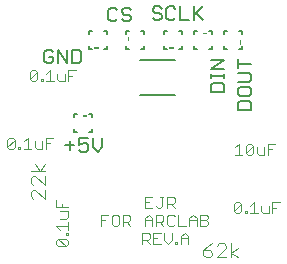
<source format=gto>
G75*
%MOIN*%
%OFA0B0*%
%FSLAX24Y24*%
%IPPOS*%
%LPD*%
%AMOC8*
5,1,8,0,0,1.08239X$1,22.5*
%
%ADD10C,0.0030*%
%ADD11C,0.0080*%
%ADD12C,0.0040*%
%ADD13C,0.0060*%
%ADD14C,0.0050*%
%ADD15C,0.0000*%
D10*
X002808Y002127D02*
X002808Y002250D01*
X002870Y002312D01*
X003117Y002065D01*
X003179Y002127D01*
X003179Y002250D01*
X003117Y002312D01*
X002870Y002312D01*
X002808Y002127D02*
X002870Y002065D01*
X003117Y002065D01*
X003117Y002433D02*
X003117Y002495D01*
X003179Y002495D01*
X003179Y002433D01*
X003117Y002433D01*
X003179Y002618D02*
X003179Y002864D01*
X003179Y002741D02*
X002808Y002741D01*
X002932Y002618D01*
X002932Y002986D02*
X003117Y002986D01*
X003179Y003048D01*
X003179Y003233D01*
X002932Y003233D01*
X002994Y003354D02*
X002994Y003478D01*
X003179Y003354D02*
X002808Y003354D01*
X002808Y003601D01*
X004285Y003115D02*
X004285Y002745D01*
X004285Y002930D02*
X004409Y002930D01*
X004285Y003115D02*
X004532Y003115D01*
X004653Y003054D02*
X004653Y002807D01*
X004715Y002745D01*
X004839Y002745D01*
X004900Y002807D01*
X004900Y003054D01*
X004839Y003115D01*
X004715Y003115D01*
X004653Y003054D01*
X005022Y003115D02*
X005022Y002745D01*
X005022Y002868D02*
X005207Y002868D01*
X005269Y002930D01*
X005269Y003054D01*
X005207Y003115D01*
X005022Y003115D01*
X005145Y002868D02*
X005269Y002745D01*
X005666Y002515D02*
X005851Y002515D01*
X005913Y002454D01*
X005913Y002330D01*
X005851Y002268D01*
X005666Y002268D01*
X005666Y002145D02*
X005666Y002515D01*
X005758Y002745D02*
X005758Y002992D01*
X005882Y003115D01*
X006005Y002992D01*
X006005Y002745D01*
X006127Y002745D02*
X006127Y003115D01*
X006312Y003115D01*
X006374Y003054D01*
X006374Y002930D01*
X006312Y002868D01*
X006127Y002868D01*
X006250Y002868D02*
X006374Y002745D01*
X006495Y002807D02*
X006557Y002745D01*
X006680Y002745D01*
X006742Y002807D01*
X006863Y002745D02*
X007110Y002745D01*
X007232Y002745D02*
X007232Y002992D01*
X007355Y003115D01*
X007479Y002992D01*
X007479Y002745D01*
X007600Y002745D02*
X007785Y002745D01*
X007847Y002807D01*
X007847Y002868D01*
X007785Y002930D01*
X007600Y002930D01*
X007479Y002930D02*
X007232Y002930D01*
X006863Y003115D02*
X006863Y002745D01*
X006650Y002515D02*
X006650Y002268D01*
X006526Y002145D01*
X006403Y002268D01*
X006403Y002515D01*
X006281Y002515D02*
X006035Y002515D01*
X006035Y002145D01*
X006281Y002145D01*
X006158Y002330D02*
X006035Y002330D01*
X005913Y002145D02*
X005790Y002268D01*
X005758Y002930D02*
X006005Y002930D01*
X006005Y003345D02*
X005758Y003345D01*
X005758Y003715D01*
X006005Y003715D01*
X005882Y003530D02*
X005758Y003530D01*
X006127Y003407D02*
X006188Y003345D01*
X006250Y003345D01*
X006312Y003407D01*
X006312Y003715D01*
X006250Y003715D02*
X006374Y003715D01*
X006495Y003715D02*
X006680Y003715D01*
X006742Y003654D01*
X006742Y003530D01*
X006680Y003468D01*
X006495Y003468D01*
X006495Y003345D02*
X006495Y003715D01*
X006618Y003468D02*
X006742Y003345D01*
X006680Y003115D02*
X006557Y003115D01*
X006495Y003054D01*
X006495Y002807D01*
X006742Y003054D02*
X006680Y003115D01*
X007079Y002515D02*
X007202Y002392D01*
X007202Y002145D01*
X007202Y002330D02*
X006955Y002330D01*
X006955Y002392D02*
X006955Y002145D01*
X006833Y002145D02*
X006771Y002145D01*
X006771Y002207D01*
X006833Y002207D01*
X006833Y002145D01*
X006955Y002392D02*
X007079Y002515D01*
X007600Y002745D02*
X007600Y003115D01*
X007785Y003115D01*
X007847Y003054D01*
X007847Y002992D01*
X007785Y002930D01*
X008718Y003220D02*
X008964Y003467D01*
X008964Y003220D01*
X008903Y003159D01*
X008779Y003159D01*
X008718Y003220D01*
X008718Y003467D01*
X008779Y003529D01*
X008903Y003529D01*
X008964Y003467D01*
X009086Y003220D02*
X009148Y003220D01*
X009148Y003159D01*
X009086Y003159D01*
X009086Y003220D01*
X009270Y003159D02*
X009517Y003159D01*
X009393Y003159D02*
X009393Y003529D01*
X009270Y003406D01*
X009638Y003406D02*
X009638Y003220D01*
X009700Y003159D01*
X009885Y003159D01*
X009885Y003406D01*
X010007Y003344D02*
X010130Y003344D01*
X010007Y003529D02*
X010253Y003529D01*
X010007Y003529D02*
X010007Y003159D01*
X009857Y005109D02*
X009857Y005479D01*
X010103Y005479D01*
X009980Y005294D02*
X009857Y005294D01*
X009735Y005356D02*
X009735Y005109D01*
X009550Y005109D01*
X009488Y005170D01*
X009488Y005356D01*
X009367Y005417D02*
X009367Y005170D01*
X009305Y005109D01*
X009182Y005109D01*
X009120Y005170D01*
X009367Y005417D01*
X009305Y005479D01*
X009182Y005479D01*
X009120Y005417D01*
X009120Y005170D01*
X008999Y005109D02*
X008752Y005109D01*
X008875Y005109D02*
X008875Y005479D01*
X008752Y005356D01*
X003453Y007929D02*
X003207Y007929D01*
X003207Y007559D01*
X003085Y007559D02*
X003085Y007806D01*
X003207Y007744D02*
X003330Y007744D01*
X003085Y007559D02*
X002900Y007559D01*
X002838Y007620D01*
X002838Y007806D01*
X002593Y007929D02*
X002593Y007559D01*
X002470Y007559D02*
X002717Y007559D01*
X002470Y007806D02*
X002593Y007929D01*
X002348Y007620D02*
X002348Y007559D01*
X002286Y007559D01*
X002286Y007620D01*
X002348Y007620D01*
X002164Y007620D02*
X002103Y007559D01*
X001979Y007559D01*
X001918Y007620D01*
X002164Y007867D01*
X002164Y007620D01*
X001918Y007620D02*
X001918Y007867D01*
X001979Y007929D01*
X002103Y007929D01*
X002164Y007867D01*
X002457Y005679D02*
X002703Y005679D01*
X002580Y005494D02*
X002457Y005494D01*
X002335Y005556D02*
X002335Y005309D01*
X002150Y005309D01*
X002088Y005370D01*
X002088Y005556D01*
X001843Y005679D02*
X001843Y005309D01*
X001720Y005309D02*
X001967Y005309D01*
X001720Y005556D02*
X001843Y005679D01*
X001598Y005370D02*
X001598Y005309D01*
X001536Y005309D01*
X001536Y005370D01*
X001598Y005370D01*
X001414Y005370D02*
X001414Y005617D01*
X001168Y005370D01*
X001229Y005309D01*
X001353Y005309D01*
X001414Y005370D01*
X001168Y005370D02*
X001168Y005617D01*
X001229Y005679D01*
X001353Y005679D01*
X001414Y005617D01*
X002457Y005679D02*
X002457Y005309D01*
D11*
X005589Y007089D02*
X006771Y007089D01*
X006771Y008271D02*
X005589Y008271D01*
D12*
X002410Y004797D02*
X002257Y004566D01*
X002103Y004797D01*
X001950Y004566D02*
X002410Y004566D01*
X002410Y004413D02*
X002410Y004106D01*
X002103Y004413D01*
X002026Y004413D01*
X001950Y004336D01*
X001950Y004183D01*
X002026Y004106D01*
X002026Y003952D02*
X001950Y003876D01*
X001950Y003722D01*
X002026Y003646D01*
X002026Y003952D02*
X002103Y003952D01*
X002410Y003646D01*
X002410Y003952D01*
X007700Y001930D02*
X007700Y001777D01*
X007777Y001700D01*
X007930Y001700D01*
X008007Y001777D01*
X008007Y001853D01*
X007930Y001930D01*
X007700Y001930D01*
X007853Y002084D01*
X008007Y002160D01*
X008160Y002084D02*
X008237Y002160D01*
X008391Y002160D01*
X008467Y002084D01*
X008467Y002007D01*
X008160Y001700D01*
X008467Y001700D01*
X008621Y001700D02*
X008621Y002160D01*
X008851Y002007D02*
X008621Y001853D01*
X008851Y001700D01*
D13*
X003980Y005880D02*
X003880Y005880D01*
X003980Y005880D02*
X003980Y005980D01*
X003980Y006380D02*
X003980Y006480D01*
X003880Y006480D01*
X003480Y006480D02*
X003380Y006480D01*
X003380Y006380D01*
X003380Y005980D02*
X003380Y005880D01*
X003480Y005880D01*
X003880Y008630D02*
X003980Y008630D01*
X003880Y008630D02*
X003880Y008730D01*
X003880Y009130D02*
X003880Y009230D01*
X003980Y009230D01*
X004380Y009230D02*
X004480Y009230D01*
X004480Y009130D01*
X004480Y008730D02*
X004480Y008630D01*
X004380Y008630D01*
X005130Y008630D02*
X005230Y008630D01*
X005130Y008630D02*
X005130Y008730D01*
X005130Y009130D02*
X005130Y009230D01*
X005230Y009230D01*
X005630Y009230D02*
X005730Y009230D01*
X005730Y009130D01*
X005730Y008730D02*
X005730Y008630D01*
X005630Y008630D01*
X006380Y008630D02*
X006480Y008630D01*
X006380Y008630D02*
X006380Y008730D01*
X006380Y009130D02*
X006380Y009230D01*
X006480Y009230D01*
X006880Y009230D02*
X006980Y009230D01*
X006980Y009130D01*
X006980Y008730D02*
X006980Y008630D01*
X006880Y008630D01*
X007380Y008630D02*
X007380Y008730D01*
X007380Y008630D02*
X007480Y008630D01*
X007880Y008630D02*
X007980Y008630D01*
X007980Y008730D01*
X007980Y009130D02*
X007980Y009230D01*
X007880Y009230D01*
X007480Y009230D02*
X007380Y009230D01*
X007380Y009130D01*
X008380Y009130D02*
X008380Y009230D01*
X008480Y009230D01*
X008880Y009230D02*
X008980Y009230D01*
X008980Y009130D01*
X008980Y008730D02*
X008980Y008630D01*
X008880Y008630D01*
X008480Y008630D02*
X008380Y008630D01*
X008380Y008730D01*
D14*
X008405Y008273D02*
X007955Y008273D01*
X007955Y007972D02*
X008405Y008273D01*
X008405Y007972D02*
X007955Y007972D01*
X007955Y007816D02*
X007955Y007665D01*
X007955Y007740D02*
X008405Y007740D01*
X008405Y007665D02*
X008405Y007816D01*
X008330Y007505D02*
X008030Y007505D01*
X007955Y007430D01*
X007955Y007205D01*
X008405Y007205D01*
X008405Y007430D01*
X008330Y007505D01*
X008855Y007534D02*
X009230Y007534D01*
X009305Y007609D01*
X009305Y007759D01*
X009230Y007834D01*
X008855Y007834D01*
X008855Y007995D02*
X008855Y008295D01*
X008855Y008145D02*
X009305Y008145D01*
X009230Y007374D02*
X008930Y007374D01*
X008855Y007299D01*
X008855Y007149D01*
X008930Y007074D01*
X009230Y007074D01*
X009305Y007149D01*
X009305Y007299D01*
X009230Y007374D01*
X009230Y006914D02*
X008930Y006914D01*
X008855Y006839D01*
X008855Y006613D01*
X009305Y006613D01*
X009305Y006839D01*
X009230Y006914D01*
X007695Y009605D02*
X007470Y009830D01*
X007395Y009755D02*
X007695Y010055D01*
X007395Y010055D02*
X007395Y009605D01*
X007234Y009605D02*
X006934Y009605D01*
X006934Y010055D01*
X006774Y009980D02*
X006699Y010055D01*
X006549Y010055D01*
X006474Y009980D01*
X006474Y009680D01*
X006549Y009605D01*
X006699Y009605D01*
X006774Y009680D01*
X006314Y009680D02*
X006239Y009605D01*
X006088Y009605D01*
X006013Y009680D01*
X006088Y009830D02*
X006239Y009830D01*
X006314Y009755D01*
X006314Y009680D01*
X006088Y009830D02*
X006013Y009905D01*
X006013Y009980D01*
X006088Y010055D01*
X006239Y010055D01*
X006314Y009980D01*
X005295Y009930D02*
X005220Y010005D01*
X005070Y010005D01*
X004995Y009930D01*
X004995Y009855D01*
X005070Y009780D01*
X005220Y009780D01*
X005295Y009705D01*
X005295Y009630D01*
X005220Y009555D01*
X005070Y009555D01*
X004995Y009630D01*
X004834Y009630D02*
X004759Y009555D01*
X004609Y009555D01*
X004534Y009630D01*
X004534Y009930D01*
X004609Y010005D01*
X004759Y010005D01*
X004834Y009930D01*
X003551Y008605D02*
X003326Y008605D01*
X003326Y008155D01*
X003551Y008155D01*
X003626Y008230D01*
X003626Y008530D01*
X003551Y008605D01*
X003166Y008605D02*
X003166Y008155D01*
X002865Y008605D01*
X002865Y008155D01*
X002705Y008230D02*
X002705Y008380D01*
X002555Y008380D01*
X002405Y008230D02*
X002480Y008155D01*
X002630Y008155D01*
X002705Y008230D01*
X002405Y008230D02*
X002405Y008530D01*
X002480Y008605D01*
X002630Y008605D01*
X002705Y008530D01*
X003255Y005580D02*
X003255Y005280D01*
X003105Y005430D02*
X003405Y005430D01*
X003565Y005430D02*
X003565Y005655D01*
X003866Y005655D01*
X004026Y005655D02*
X004026Y005355D01*
X004176Y005205D01*
X004326Y005355D01*
X004326Y005655D01*
X003866Y005430D02*
X003866Y005280D01*
X003791Y005205D01*
X003640Y005205D01*
X003565Y005280D01*
X003565Y005430D02*
X003716Y005505D01*
X003791Y005505D01*
X003866Y005430D01*
D15*
X003784Y006413D02*
X003788Y006416D01*
X003786Y006416D01*
X003786Y006418D01*
X003788Y006418D01*
X003788Y006416D01*
X003790Y006418D02*
X003790Y006420D01*
X003792Y006421D01*
X003795Y006421D01*
X003797Y006420D01*
X003797Y006418D01*
X003795Y006416D01*
X003792Y006416D01*
X003790Y006418D01*
X003792Y006421D02*
X003790Y006423D01*
X003790Y006425D01*
X003792Y006426D01*
X003795Y006426D01*
X003797Y006425D01*
X003797Y006423D01*
X003795Y006421D01*
X003782Y006418D02*
X003780Y006416D01*
X003777Y006416D01*
X003775Y006418D01*
X003782Y006425D01*
X003782Y006418D01*
X003782Y006425D02*
X003780Y006426D01*
X003777Y006426D01*
X003775Y006425D01*
X003775Y006418D01*
X003773Y006426D02*
X003766Y006416D01*
X003763Y006418D02*
X003763Y006420D01*
X003762Y006421D01*
X003757Y006421D01*
X003757Y006418D01*
X003758Y006416D01*
X003762Y006416D01*
X003763Y006418D01*
X003757Y006421D02*
X003760Y006425D01*
X003763Y006426D01*
X003754Y006418D02*
X003752Y006418D01*
X003752Y006416D01*
X003754Y006416D01*
X003754Y006418D01*
X003754Y006416D02*
X003751Y006413D01*
X003748Y006416D02*
X003741Y006416D01*
X003739Y006418D02*
X003739Y006425D01*
X003737Y006426D01*
X003732Y006426D01*
X003732Y006416D01*
X003737Y006416D01*
X003739Y006418D01*
X003741Y006423D02*
X003745Y006426D01*
X003745Y006416D01*
X003730Y006416D02*
X003730Y006423D01*
X003726Y006426D01*
X003723Y006423D01*
X003723Y006416D01*
X003723Y006421D02*
X003730Y006421D01*
X003720Y006421D02*
X003719Y006420D01*
X003714Y006420D01*
X003714Y006416D02*
X003714Y006426D01*
X003719Y006426D01*
X003720Y006425D01*
X003720Y006421D01*
X003711Y006416D02*
X003705Y006416D01*
X003705Y006426D01*
X003711Y006426D01*
X003708Y006421D02*
X003705Y006421D01*
X003702Y006421D02*
X003700Y006420D01*
X003695Y006420D01*
X003699Y006420D02*
X003702Y006416D01*
X003702Y006421D02*
X003702Y006425D01*
X003700Y006426D01*
X003695Y006426D01*
X003695Y006416D01*
X003693Y006416D02*
X003689Y006416D01*
X003691Y006416D02*
X003691Y006426D01*
X003689Y006426D02*
X003693Y006426D01*
X003687Y006426D02*
X003687Y006416D01*
X003683Y006420D01*
X003680Y006416D01*
X003680Y006426D01*
X004060Y008684D02*
X004064Y008687D01*
X004067Y008684D01*
X004067Y008694D01*
X004070Y008694D02*
X004073Y008694D01*
X004071Y008694D02*
X004071Y008684D01*
X004070Y008684D02*
X004073Y008684D01*
X004076Y008684D02*
X004076Y008694D01*
X004081Y008694D01*
X004082Y008692D01*
X004082Y008689D01*
X004081Y008687D01*
X004076Y008687D01*
X004079Y008687D02*
X004082Y008684D01*
X004085Y008684D02*
X004092Y008684D01*
X004094Y008684D02*
X004094Y008694D01*
X004099Y008694D01*
X004101Y008692D01*
X004101Y008689D01*
X004099Y008687D01*
X004094Y008687D01*
X004088Y008689D02*
X004085Y008689D01*
X004085Y008694D02*
X004085Y008684D01*
X004085Y008694D02*
X004092Y008694D01*
X004103Y008690D02*
X004107Y008694D01*
X004110Y008690D01*
X004110Y008684D01*
X004112Y008684D02*
X004117Y008684D01*
X004119Y008685D01*
X004119Y008692D01*
X004117Y008694D01*
X004112Y008694D01*
X004112Y008684D01*
X004110Y008689D02*
X004103Y008689D01*
X004103Y008690D02*
X004103Y008684D01*
X004122Y008684D02*
X004128Y008684D01*
X004125Y008684D02*
X004125Y008694D01*
X004122Y008690D01*
X004133Y008685D02*
X004133Y008684D01*
X004134Y008684D01*
X004134Y008685D01*
X004133Y008685D01*
X004134Y008684D02*
X004131Y008680D01*
X004137Y008685D02*
X004139Y008684D01*
X004142Y008684D01*
X004144Y008685D01*
X004144Y008687D01*
X004142Y008689D01*
X004137Y008689D01*
X004137Y008685D01*
X004137Y008689D02*
X004140Y008692D01*
X004144Y008694D01*
X004153Y008694D02*
X004146Y008684D01*
X004155Y008685D02*
X004162Y008692D01*
X004162Y008685D01*
X004160Y008684D01*
X004157Y008684D01*
X004155Y008685D01*
X004155Y008692D01*
X004157Y008694D01*
X004160Y008694D01*
X004162Y008692D01*
X004166Y008685D02*
X004166Y008684D01*
X004168Y008684D01*
X004168Y008685D01*
X004166Y008685D01*
X004168Y008684D02*
X004165Y008680D01*
X004171Y008685D02*
X004171Y008687D01*
X004172Y008689D01*
X004176Y008689D01*
X004177Y008687D01*
X004177Y008685D01*
X004176Y008684D01*
X004172Y008684D01*
X004171Y008685D01*
X004172Y008689D02*
X004171Y008690D01*
X004171Y008692D01*
X004172Y008694D01*
X004176Y008694D01*
X004177Y008692D01*
X004177Y008690D01*
X004176Y008689D01*
X004060Y008694D02*
X004060Y008684D01*
X005184Y008930D02*
X005194Y008930D01*
X005190Y008933D01*
X005194Y008937D01*
X005184Y008937D01*
X005184Y008939D02*
X005184Y008943D01*
X005184Y008941D02*
X005194Y008941D01*
X005194Y008939D02*
X005194Y008943D01*
X005194Y008945D02*
X005184Y008945D01*
X005184Y008950D01*
X005185Y008952D01*
X005189Y008952D01*
X005190Y008950D01*
X005190Y008945D01*
X005190Y008949D02*
X005194Y008952D01*
X005194Y008955D02*
X005194Y008961D01*
X005194Y008964D02*
X005184Y008964D01*
X005184Y008969D01*
X005185Y008970D01*
X005189Y008970D01*
X005190Y008969D01*
X005190Y008964D01*
X005189Y008958D02*
X005189Y008955D01*
X005184Y008955D02*
X005194Y008955D01*
X005184Y008955D02*
X005184Y008961D01*
X005187Y008973D02*
X005184Y008976D01*
X005187Y008980D01*
X005194Y008980D01*
X005194Y008982D02*
X005194Y008987D01*
X005192Y008989D01*
X005185Y008989D01*
X005184Y008987D01*
X005184Y008982D01*
X005194Y008982D01*
X005189Y008980D02*
X005189Y008973D01*
X005187Y008973D02*
X005194Y008973D01*
X005194Y008991D02*
X005194Y008998D01*
X005194Y008995D02*
X005184Y008995D01*
X005187Y008991D01*
X005192Y009002D02*
X005194Y009002D01*
X005194Y009004D01*
X005192Y009004D01*
X005192Y009002D01*
X005194Y009004D02*
X005197Y009001D01*
X005192Y009007D02*
X005194Y009008D01*
X005194Y009012D01*
X005192Y009013D01*
X005190Y009013D01*
X005189Y009012D01*
X005189Y009007D01*
X005192Y009007D01*
X005189Y009007D02*
X005185Y009010D01*
X005184Y009013D01*
X005194Y009016D02*
X005184Y009023D01*
X005185Y009025D02*
X005184Y009027D01*
X005184Y009030D01*
X005185Y009032D01*
X005192Y009025D01*
X005194Y009027D01*
X005194Y009030D01*
X005192Y009032D01*
X005185Y009032D01*
X005185Y009025D02*
X005192Y009025D01*
X005197Y009034D02*
X005194Y009038D01*
X005194Y009036D01*
X005192Y009036D01*
X005192Y009038D01*
X005194Y009038D01*
X005192Y009040D02*
X005190Y009040D01*
X005189Y009042D01*
X005189Y009045D01*
X005190Y009047D01*
X005192Y009047D01*
X005194Y009045D01*
X005194Y009042D01*
X005192Y009040D01*
X005189Y009042D02*
X005187Y009040D01*
X005185Y009040D01*
X005184Y009042D01*
X005184Y009045D01*
X005185Y009047D01*
X005187Y009047D01*
X005189Y009045D01*
X006560Y008694D02*
X006560Y008684D01*
X006564Y008687D01*
X006567Y008684D01*
X006567Y008694D01*
X006570Y008694D02*
X006573Y008694D01*
X006571Y008694D02*
X006571Y008684D01*
X006570Y008684D02*
X006573Y008684D01*
X006576Y008684D02*
X006576Y008694D01*
X006581Y008694D01*
X006582Y008692D01*
X006582Y008689D01*
X006581Y008687D01*
X006576Y008687D01*
X006579Y008687D02*
X006582Y008684D01*
X006585Y008684D02*
X006592Y008684D01*
X006594Y008684D02*
X006594Y008694D01*
X006599Y008694D01*
X006601Y008692D01*
X006601Y008689D01*
X006599Y008687D01*
X006594Y008687D01*
X006588Y008689D02*
X006585Y008689D01*
X006585Y008694D02*
X006585Y008684D01*
X006585Y008694D02*
X006592Y008694D01*
X006603Y008690D02*
X006607Y008694D01*
X006610Y008690D01*
X006610Y008684D01*
X006612Y008684D02*
X006617Y008684D01*
X006619Y008685D01*
X006619Y008692D01*
X006617Y008694D01*
X006612Y008694D01*
X006612Y008684D01*
X006610Y008689D02*
X006603Y008689D01*
X006603Y008690D02*
X006603Y008684D01*
X006622Y008684D02*
X006628Y008684D01*
X006625Y008684D02*
X006625Y008694D01*
X006622Y008690D01*
X006633Y008685D02*
X006633Y008684D01*
X006634Y008684D01*
X006634Y008685D01*
X006633Y008685D01*
X006634Y008684D02*
X006631Y008680D01*
X006637Y008685D02*
X006639Y008684D01*
X006642Y008684D01*
X006644Y008685D01*
X006644Y008687D01*
X006642Y008689D01*
X006637Y008689D01*
X006637Y008685D01*
X006637Y008689D02*
X006640Y008692D01*
X006644Y008694D01*
X006653Y008694D02*
X006646Y008684D01*
X006655Y008685D02*
X006662Y008692D01*
X006662Y008685D01*
X006660Y008684D01*
X006657Y008684D01*
X006655Y008685D01*
X006655Y008692D01*
X006657Y008694D01*
X006660Y008694D01*
X006662Y008692D01*
X006666Y008685D02*
X006666Y008684D01*
X006668Y008684D01*
X006668Y008685D01*
X006666Y008685D01*
X006668Y008684D02*
X006665Y008680D01*
X006671Y008685D02*
X006671Y008687D01*
X006672Y008689D01*
X006676Y008689D01*
X006677Y008687D01*
X006677Y008685D01*
X006676Y008684D01*
X006672Y008684D01*
X006671Y008685D01*
X006672Y008689D02*
X006671Y008690D01*
X006671Y008692D01*
X006672Y008694D01*
X006676Y008694D01*
X006677Y008692D01*
X006677Y008690D01*
X006676Y008689D01*
X007680Y009166D02*
X007683Y009170D01*
X007687Y009166D01*
X007687Y009176D01*
X007689Y009176D02*
X007693Y009176D01*
X007691Y009176D02*
X007691Y009166D01*
X007689Y009166D02*
X007693Y009166D01*
X007695Y009166D02*
X007695Y009176D01*
X007700Y009176D01*
X007702Y009175D01*
X007702Y009171D01*
X007700Y009170D01*
X007695Y009170D01*
X007699Y009170D02*
X007702Y009166D01*
X007705Y009166D02*
X007711Y009166D01*
X007714Y009166D02*
X007714Y009176D01*
X007719Y009176D01*
X007720Y009175D01*
X007720Y009171D01*
X007719Y009170D01*
X007714Y009170D01*
X007708Y009171D02*
X007705Y009171D01*
X007705Y009176D02*
X007705Y009166D01*
X007705Y009176D02*
X007711Y009176D01*
X007723Y009173D02*
X007726Y009176D01*
X007730Y009173D01*
X007730Y009166D01*
X007732Y009166D02*
X007737Y009166D01*
X007739Y009168D01*
X007739Y009175D01*
X007737Y009176D01*
X007732Y009176D01*
X007732Y009166D01*
X007730Y009171D02*
X007723Y009171D01*
X007723Y009173D02*
X007723Y009166D01*
X007741Y009166D02*
X007748Y009166D01*
X007745Y009166D02*
X007745Y009176D01*
X007741Y009173D01*
X007752Y009168D02*
X007752Y009166D01*
X007754Y009166D01*
X007754Y009168D01*
X007752Y009168D01*
X007754Y009166D02*
X007751Y009163D01*
X007757Y009168D02*
X007758Y009166D01*
X007762Y009166D01*
X007763Y009168D01*
X007763Y009170D01*
X007762Y009171D01*
X007757Y009171D01*
X007757Y009168D01*
X007757Y009171D02*
X007760Y009175D01*
X007763Y009176D01*
X007766Y009166D02*
X007773Y009176D01*
X007775Y009175D02*
X007777Y009176D01*
X007780Y009176D01*
X007782Y009175D01*
X007775Y009168D01*
X007777Y009166D01*
X007780Y009166D01*
X007782Y009168D01*
X007782Y009175D01*
X007775Y009175D02*
X007775Y009168D01*
X007784Y009163D02*
X007788Y009166D01*
X007786Y009166D01*
X007786Y009168D01*
X007788Y009168D01*
X007788Y009166D01*
X007790Y009168D02*
X007790Y009170D01*
X007792Y009171D01*
X007795Y009171D01*
X007797Y009170D01*
X007797Y009168D01*
X007795Y009166D01*
X007792Y009166D01*
X007790Y009168D01*
X007792Y009171D02*
X007790Y009173D01*
X007790Y009175D01*
X007792Y009176D01*
X007795Y009176D01*
X007797Y009175D01*
X007797Y009173D01*
X007795Y009171D01*
X007680Y009176D02*
X007680Y009166D01*
X008916Y008926D02*
X008918Y008927D01*
X008920Y008927D01*
X008921Y008926D01*
X008921Y008922D01*
X008920Y008921D01*
X008918Y008921D01*
X008916Y008922D01*
X008916Y008926D01*
X008921Y008926D02*
X008923Y008927D01*
X008925Y008927D01*
X008926Y008926D01*
X008926Y008922D01*
X008925Y008921D01*
X008923Y008921D01*
X008921Y008922D01*
X008925Y008918D02*
X008925Y008916D01*
X008926Y008916D01*
X008926Y008918D01*
X008925Y008918D01*
X008926Y008918D02*
X008930Y008915D01*
X008926Y008910D02*
X008926Y008907D01*
X008925Y008905D01*
X008918Y008912D01*
X008925Y008912D01*
X008926Y008910D01*
X008925Y008905D02*
X008918Y008905D01*
X008916Y008907D01*
X008916Y008910D01*
X008918Y008912D01*
X008916Y008903D02*
X008926Y008896D01*
X008925Y008894D02*
X008923Y008894D01*
X008921Y008892D01*
X008921Y008887D01*
X008925Y008887D01*
X008926Y008889D01*
X008926Y008892D01*
X008925Y008894D01*
X008918Y008890D02*
X008921Y008887D01*
X008925Y008884D02*
X008925Y008883D01*
X008926Y008883D01*
X008926Y008884D01*
X008925Y008884D01*
X008926Y008884D02*
X008930Y008881D01*
X008926Y008878D02*
X008926Y008872D01*
X008926Y008875D02*
X008916Y008875D01*
X008920Y008872D01*
X008918Y008869D02*
X008916Y008867D01*
X008916Y008862D01*
X008926Y008862D01*
X008926Y008867D01*
X008925Y008869D01*
X008918Y008869D01*
X008920Y008860D02*
X008926Y008860D01*
X008921Y008860D02*
X008921Y008853D01*
X008920Y008853D02*
X008916Y008857D01*
X008920Y008860D01*
X008920Y008853D02*
X008926Y008853D01*
X008923Y008849D02*
X008923Y008844D01*
X008926Y008844D02*
X008916Y008844D01*
X008916Y008849D01*
X008918Y008851D01*
X008921Y008851D01*
X008923Y008849D01*
X008926Y008842D02*
X008926Y008835D01*
X008916Y008835D01*
X008916Y008842D01*
X008921Y008838D02*
X008921Y008835D01*
X008921Y008832D02*
X008923Y008831D01*
X008923Y008826D01*
X008923Y008829D02*
X008926Y008832D01*
X008921Y008832D02*
X008918Y008832D01*
X008916Y008831D01*
X008916Y008826D01*
X008926Y008826D01*
X008926Y008823D02*
X008926Y008820D01*
X008926Y008821D02*
X008916Y008821D01*
X008916Y008820D02*
X008916Y008823D01*
X008916Y008817D02*
X008926Y008817D01*
X008923Y008814D01*
X008926Y008810D01*
X008916Y008810D01*
X008918Y008890D02*
X008916Y008894D01*
M02*

</source>
